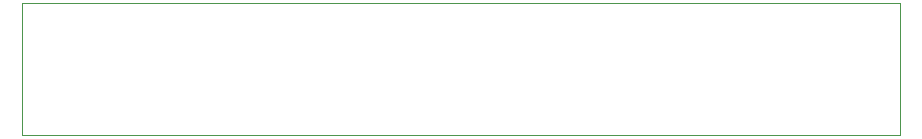
<source format=gbr>
G04 #@! TF.GenerationSoftware,KiCad,Pcbnew,(5.1.2-1)-1*
G04 #@! TF.CreationDate,2019-10-09T20:55:45-07:00*
G04 #@! TF.ProjectId,EOGee,454f4765-652e-46b6-9963-61645f706362,rev?*
G04 #@! TF.SameCoordinates,Original*
G04 #@! TF.FileFunction,Profile,NP*
%FSLAX46Y46*%
G04 Gerber Fmt 4.6, Leading zero omitted, Abs format (unit mm)*
G04 Created by KiCad (PCBNEW (5.1.2-1)-1) date 2019-10-09 20:55:45*
%MOMM*%
%LPD*%
G04 APERTURE LIST*
%ADD10C,0.050000*%
G04 APERTURE END LIST*
D10*
X170900000Y-106950000D02*
X170900000Y-118150000D01*
X96600000Y-106950000D02*
X96600000Y-118150000D01*
X96600000Y-106950000D02*
X170900000Y-106950000D01*
X96600000Y-118150000D02*
X170900000Y-118150000D01*
M02*

</source>
